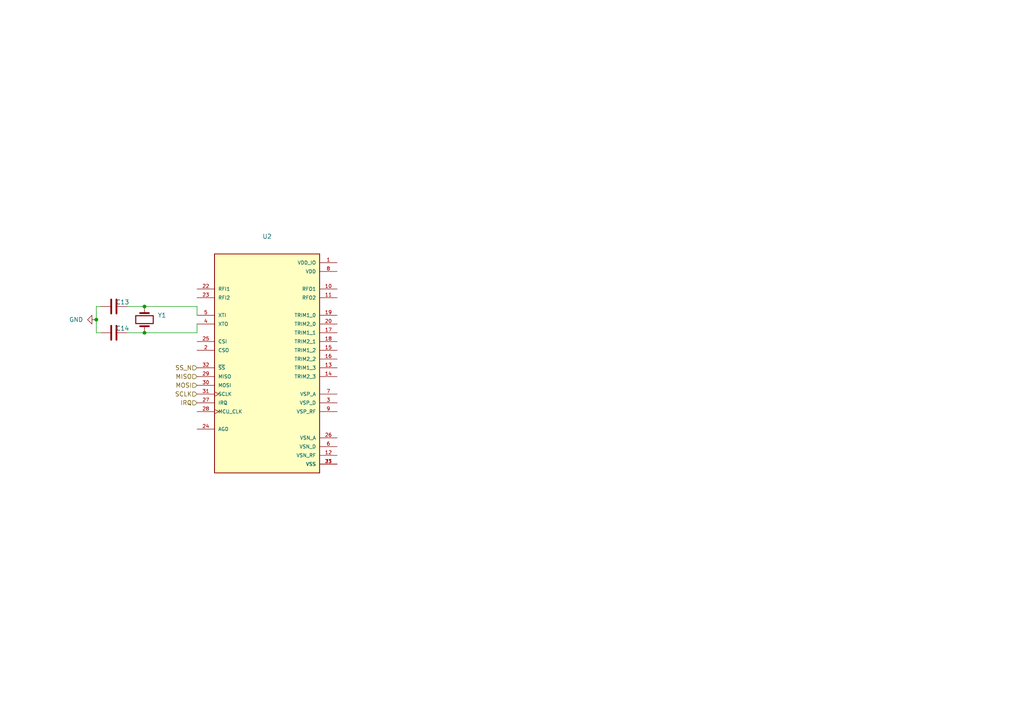
<source format=kicad_sch>
(kicad_sch (version 20211123) (generator eeschema)
  (paper "A4")
  (title_block (title "FabReader2") (date "2022-05-10") (rev "0.1") (company "RLKM UG (haftungsbeschränkt)") (comment 1 "Autoren: Joseph Langosch, Kai Kriegel"))
  (lib_symbols
    (symbol "Device:C" (pin_numbers hide) (pin_names (offset 0.254))
      (property "Reference" "C" (at 0.635 2.54 0))
      (property "Value" "C" (at 0.635 -2.54 0))
      (symbol "C_0_1"
        (polyline (pts (xy -2.032 -0.762) (xy 2.032 -0.762)) (stroke (width 0.508)))
        (polyline (pts (xy -2.032 0.762) (xy 2.032 0.762)) (stroke (width 0.508)))
      )
      (symbol "C_1_1"
        (pin passive line (at 0 3.81 270) (length 2.794) (name "~") (number "1"))
        (pin passive line (at 0 -3.81 90) (length 2.794) (name "~") (number "2"))
      )
    )
    (symbol "Device:Crystal" (pin_numbers hide) (pin_names (offset 1.016) hide)
      (property "Reference" "Y" (at 0 3.81 0))
      (property "Value" "Crystal" (at 0 -3.81 0))
      (symbol "Crystal_0_1"
        (rectangle (start -1.143 2.54) (end 1.143 -2.54) (stroke (width 0.3048)))
        (polyline (pts (xy -2.54 0) (xy -1.905 0)))
        (polyline (pts (xy -1.905 -1.27) (xy -1.905 1.27)) (stroke (width 0.508)))
        (polyline (pts (xy 1.905 -1.27) (xy 1.905 1.27)) (stroke (width 0.508)))
        (polyline (pts (xy 2.54 0) (xy 1.905 0)))
      )
      (symbol "Crystal_1_1"
        (pin passive line (at -3.81 0 0) (length 1.27) (name "1") (number "1"))
        (pin passive line (at 3.81 0 180) (length 1.27) (name "2") (number "2"))
      )
    )
    (symbol "ST25R3911B-AQFT:ST25R3911B-AQFT" (pin_names (offset 1.016))
      (property "Reference" "U" (at -15.24 31.242 0))
      (property "Value" "ST25R3911B-AQFT" (at -15.24 -35.56 0))
      (symbol "ST25R3911B-AQFT_0_0"
        (rectangle (start -15.24 -33.02) (end 15.24 30.48) (stroke (width 0.254)) (fill (type background)))
        (pin power_in line (at 20.32 27.94 180) (length 5.08) (name "VDD_IO") (number "1"))
        (pin output line (at 20.32 20.32 180) (length 5.08) (name "RFO1") (number "10"))
        (pin output line (at 20.32 17.78 180) (length 5.08) (name "RFO2") (number "11"))
        (pin power_in line (at 20.32 -27.94 180) (length 5.08) (name "VSN_RF") (number "12"))
        (pin bidirectional line (at 20.32 -2.54 180) (length 5.08) (name "TRIM1_3") (number "13"))
        (pin bidirectional line (at 20.32 -5.08 180) (length 5.08) (name "TRIM2_3") (number "14"))
        (pin bidirectional line (at 20.32 2.54 180) (length 5.08) (name "TRIM1_2") (number "15"))
        (pin bidirectional line (at 20.32 0 180) (length 5.08) (name "TRIM2_2") (number "16"))
        (pin bidirectional line (at 20.32 7.62 180) (length 5.08) (name "TRIM1_1") (number "17"))
        (pin bidirectional line (at 20.32 5.08 180) (length 5.08) (name "TRIM2_1") (number "18"))
        (pin bidirectional line (at 20.32 12.7 180) (length 5.08) (name "TRIM1_0") (number "19"))
        (pin output line (at -20.32 2.54 0) (length 5.08) (name "CSO") (number "2"))
        (pin bidirectional line (at 20.32 10.16 180) (length 5.08) (name "TRIM2_0") (number "20"))
        (pin power_in line (at 20.32 -30.48 180) (length 5.08) (name "VSS") (number "21"))
        (pin input line (at -20.32 20.32 0) (length 5.08) (name "RFI1") (number "22"))
        (pin input line (at -20.32 17.78 0) (length 5.08) (name "RFI2") (number "23"))
        (pin bidirectional line (at -20.32 -20.32 0) (length 5.08) (name "AGD") (number "24"))
        (pin input line (at -20.32 5.08 0) (length 5.08) (name "CSI") (number "25"))
        (pin power_in line (at 20.32 -22.86 180) (length 5.08) (name "VSN_A") (number "26"))
        (pin output line (at -20.32 -12.7 0) (length 5.08) (name "IRQ") (number "27"))
        (pin output clock (at -20.32 -15.24 0) (length 5.08) (name "MCU_CLK") (number "28"))
        (pin output line (at -20.32 -5.08 0) (length 5.08) (name "MISO") (number "29"))
        (pin output line (at 20.32 -12.7 180) (length 5.08) (name "VSP_D") (number "3"))
        (pin input line (at -20.32 -7.62 0) (length 5.08) (name "MOSI") (number "30"))
        (pin input clock (at -20.32 -10.16 0) (length 5.08) (name "SCLK") (number "31"))
        (pin input line (at -20.32 -2.54 0) (length 5.08) (name "~{SS}") (number "32"))
        (pin power_in line (at 20.32 -30.48 180) (length 5.08) (name "VSS") (number "33"))
        (pin output line (at -20.32 10.16 0) (length 5.08) (name "XTO") (number "4"))
        (pin input line (at -20.32 12.7 0) (length 5.08) (name "XTI") (number "5"))
        (pin power_in line (at 20.32 -25.4 180) (length 5.08) (name "VSN_D") (number "6"))
        (pin output line (at 20.32 -10.16 180) (length 5.08) (name "VSP_A") (number "7"))
        (pin power_in line (at 20.32 25.4 180) (length 5.08) (name "VDD") (number "8"))
        (pin output line (at 20.32 -15.24 180) (length 5.08) (name "VSP_RF") (number "9"))
      )
    )
    (symbol "power:GND" (power) (pin_names (offset 0))
      (property "Value" "GND" (at 0 -3.81 0))
      (symbol "GND_0_1"
        (polyline (pts (xy 0 0) (xy 0 -1.27) (xy 1.27 -1.27) (xy 0 -2.54) (xy -1.27 -1.27) (xy 0 -1.27)))
      )
      (symbol "GND_1_1"
        (pin power_in line (at 0 0 270) (length 0) hide (name "GND") (number "1"))
      )
    )
  )
  (junction (at 27.94 92.71))
  (junction (at 41.91 88.9))
  (junction (at 41.91 96.52))
  (wire (pts (xy 27.94 96.52) (xy 29.21 96.52)))
  (wire (pts (xy 57.15 88.9) (xy 41.91 88.9)))
  (wire (pts (xy 36.83 96.52) (xy 41.91 96.52)))
  (wire (pts (xy 27.94 88.9) (xy 29.21 88.9)))
  (wire (pts (xy 57.15 96.52) (xy 57.15 93.98)))
  (wire (pts (xy 27.94 92.71) (xy 27.94 96.52)))
  (wire (pts (xy 57.15 91.44) (xy 57.15 88.9)))
  (wire (pts (xy 27.94 88.9) (xy 27.94 92.71)))
  (wire (pts (xy 36.83 88.9) (xy 41.91 88.9)))
  (wire (pts (xy 41.91 96.52) (xy 57.15 96.52)))
  (hierarchical_label "SCLK" (shape input) (at 57.15 114.3 180))
  (hierarchical_label "IRQ" (shape input) (at 57.15 116.84 180))
  (hierarchical_label "MOSI" (shape input) (at 57.15 111.76 180))
  (hierarchical_label "SS_N" (shape input) (at 57.15 106.68 180))
  (hierarchical_label "MISO" (shape input) (at 57.15 109.22 180))
  (symbol (lib_id "Device:C") (at 33.02 88.9 90) (unit 1)
    (property "Reference" "C13" (at 35.56 87.63 90))
  )
  (symbol (lib_id "power:GND") (at 27.94 92.71 270) (unit 1)
    (property "Reference" "#PWR023" (effects hide))
  )
  (symbol (lib_id "Device:C") (at 33.02 96.52 90) (unit 1)
    (property "Reference" "C14" (at 35.56 95.25 90))
  )
  (symbol (lib_id "Device:Crystal") (at 41.91 92.71 90) (unit 1)
    (property "Reference" "Y1" (at 45.72 91.4399 90) (effects (justify right)))
  )
  (symbol (lib_id "ST25R3911B-AQFT:ST25R3911B-AQFT") (at 77.47 104.14 0) (unit 1)
    (property "Reference" "U2" (at 77.47 68.58 0))
    (property "E_MAX" "5.0" (effects hide))
    (property "B_MIN" "0.18" (effects hide))
    (property "E_MIN" "5.0" (effects hide))
    (property "L_MIN" "0.3" (effects hide))
    (property "PARTREV" "6" (effects hide))
    (property "B_MAX" "0.3" (effects hide))
    (property "MANUFACTURER" "ST Microelectronics" (effects hide))
    (property "D_MAX" "5.0" (effects hide))
    (property "PIN_COUNT_D" "8.0" (effects hide))
    (property "L_NOM" "0.4" (effects hide))
    (property "E2_NOM" "3.5" (effects hide))
    (property "STANDARD" "IPC 7351B" (effects hide))
    (property "D2_NOM" "3.5" (effects hide))
    (property "L_MAX" "0.5" (effects hide))
    (property "D_NOM" "5.0" (effects hide))
    (property "ENOM" "0.5" (effects hide))
    (property "PIN_COUNT_E" "8.0" (effects hide))
    (property "D_MIN" "5.0" (effects hide))
    (property "E_NOM" "5.0" (effects hide))
    (property "A_MAX" "1.0" (effects hide))
    (property "B_NOM" "0.24" (effects hide))
  )
)
</source>
